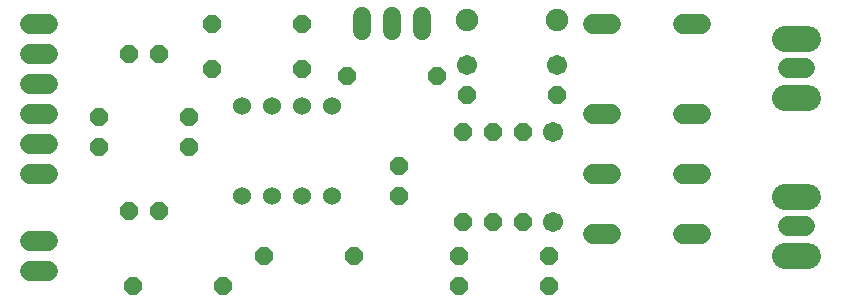
<source format=gbr>
G04 EAGLE Gerber RS-274X export*
G75*
%MOMM*%
%FSLAX34Y34*%
%LPD*%
%INSoldermask Top*%
%IPPOS*%
%AMOC8*
5,1,8,0,0,1.08239X$1,22.5*%
G01*
%ADD10C,2.184400*%
%ADD11P,1.649562X8X202.500000*%
%ADD12P,1.649562X8X292.500000*%
%ADD13C,1.903200*%
%ADD14C,1.711200*%
%ADD15C,1.524000*%
%ADD16C,1.727200*%
%ADD17P,1.649562X8X22.500000*%
%ADD18P,1.649562X8X112.500000*%
%ADD19C,1.524000*%
%ADD20C,1.711200*%


D10*
X721106Y51054D02*
X701294Y51054D01*
X701294Y101092D02*
X721106Y101092D01*
D11*
X171450Y88900D03*
X146050Y88900D03*
X171450Y222250D03*
X146050Y222250D03*
D12*
X374650Y127000D03*
X374650Y101600D03*
D13*
X431800Y250825D03*
X508000Y250825D03*
D14*
X508000Y212725D03*
X431800Y212725D03*
X504825Y155575D03*
X504825Y79375D03*
D10*
X701294Y184404D02*
X721106Y184404D01*
X721106Y234442D02*
X701294Y234442D01*
D15*
X317500Y177800D03*
X292100Y177800D03*
X292100Y101600D03*
X317500Y101600D03*
X266700Y177800D03*
X241300Y177800D03*
X266700Y101600D03*
X241300Y101600D03*
D16*
X538480Y247650D02*
X553720Y247650D01*
X553720Y171450D02*
X538480Y171450D01*
X538480Y120650D02*
X553720Y120650D01*
X553720Y69850D02*
X538480Y69850D01*
X614680Y69850D02*
X629920Y69850D01*
X629920Y120650D02*
X614680Y120650D01*
X614680Y171450D02*
X629920Y171450D01*
X629920Y247650D02*
X614680Y247650D01*
D11*
X196850Y168275D03*
X120650Y168275D03*
D17*
X149225Y25400D03*
X225425Y25400D03*
X425450Y25400D03*
X501650Y25400D03*
D11*
X406400Y203200D03*
X330200Y203200D03*
D18*
X454025Y79375D03*
X454025Y155575D03*
D11*
X196850Y142875D03*
X120650Y142875D03*
D12*
X428625Y155575D03*
X428625Y79375D03*
D11*
X292100Y247650D03*
X215900Y247650D03*
X508000Y187325D03*
X431800Y187325D03*
D12*
X479425Y155575D03*
X479425Y79375D03*
D11*
X292100Y209550D03*
X215900Y209550D03*
D17*
X260350Y50800D03*
X336550Y50800D03*
X425450Y50800D03*
X501650Y50800D03*
D19*
X393700Y241046D02*
X393700Y254254D01*
X342900Y254254D02*
X342900Y241046D01*
X368300Y241046D02*
X368300Y254254D01*
D20*
X703660Y101748D02*
X718740Y101748D01*
X718740Y76334D02*
X703660Y76334D01*
X703660Y235098D02*
X718740Y235098D01*
X718740Y209684D02*
X703660Y209684D01*
X77390Y120502D02*
X62310Y120502D01*
X62310Y145916D02*
X77390Y145916D01*
X77390Y171316D02*
X62310Y171316D01*
X62310Y196716D02*
X77390Y196716D01*
X77390Y222116D02*
X62310Y222116D01*
X62310Y247516D02*
X77390Y247516D01*
X77390Y37952D02*
X62310Y37952D01*
X62310Y63366D02*
X77390Y63366D01*
M02*

</source>
